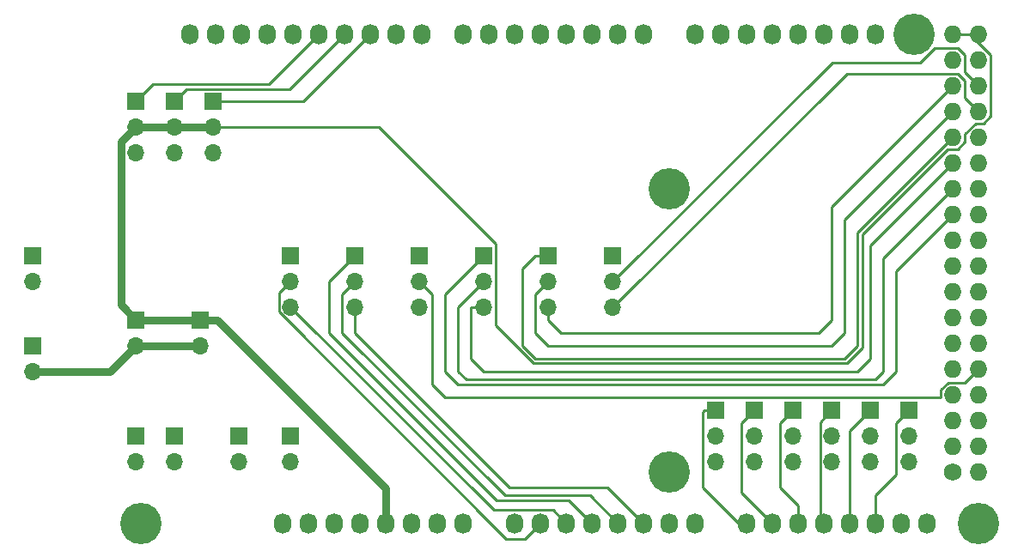
<source format=gbr>
G04 #@! TF.GenerationSoftware,KiCad,Pcbnew,6.0.2+dfsg-1*
G04 #@! TF.CreationDate,2024-04-07T16:40:56-07:00*
G04 #@! TF.ProjectId,pcb,7063622e-6b69-4636-9164-5f7063625858,rev?*
G04 #@! TF.SameCoordinates,Original*
G04 #@! TF.FileFunction,Copper,L2,Bot*
G04 #@! TF.FilePolarity,Positive*
%FSLAX46Y46*%
G04 Gerber Fmt 4.6, Leading zero omitted, Abs format (unit mm)*
G04 Created by KiCad (PCBNEW 6.0.2+dfsg-1) date 2024-04-07 16:40:56*
%MOMM*%
%LPD*%
G01*
G04 APERTURE LIST*
G04 #@! TA.AperFunction,ComponentPad*
%ADD10C,1.727200*%
G04 #@! TD*
G04 #@! TA.AperFunction,ComponentPad*
%ADD11O,1.727200X1.727200*%
G04 #@! TD*
G04 #@! TA.AperFunction,ComponentPad*
%ADD12O,1.727200X2.032000*%
G04 #@! TD*
G04 #@! TA.AperFunction,ComponentPad*
%ADD13C,4.064000*%
G04 #@! TD*
G04 #@! TA.AperFunction,ComponentPad*
%ADD14R,1.700000X1.700000*%
G04 #@! TD*
G04 #@! TA.AperFunction,ComponentPad*
%ADD15O,1.700000X1.700000*%
G04 #@! TD*
G04 #@! TA.AperFunction,Conductor*
%ADD16C,0.800000*%
G04 #@! TD*
G04 #@! TA.AperFunction,Conductor*
%ADD17C,0.250000*%
G04 #@! TD*
G04 APERTURE END LIST*
D10*
X197358000Y-114046000D03*
D11*
X199898000Y-114046000D03*
X197358000Y-111506000D03*
X199898000Y-111506000D03*
X197358000Y-108966000D03*
X199898000Y-108966000D03*
X197358000Y-106426000D03*
X199898000Y-106426000D03*
X197358000Y-103886000D03*
X199898000Y-103886000D03*
X197358000Y-101346000D03*
X199898000Y-101346000D03*
X197358000Y-98806000D03*
X199898000Y-98806000D03*
X197358000Y-96266000D03*
X199898000Y-96266000D03*
X197358000Y-93726000D03*
X199898000Y-93726000D03*
X197358000Y-91186000D03*
X199898000Y-91186000D03*
X197358000Y-88646000D03*
X199898000Y-88646000D03*
X197358000Y-86106000D03*
X199898000Y-86106000D03*
X197358000Y-83566000D03*
X199898000Y-83566000D03*
X197358000Y-81026000D03*
X199898000Y-81026000D03*
X197358000Y-78486000D03*
X199898000Y-78486000D03*
X197358000Y-75946000D03*
X199898000Y-75946000D03*
X197358000Y-73406000D03*
X199898000Y-73406000D03*
X197358000Y-70866000D03*
X199898000Y-70866000D03*
D12*
X131318000Y-119126000D03*
X133858000Y-119126000D03*
X136398000Y-119126000D03*
X138938000Y-119126000D03*
X141478000Y-119126000D03*
X144018000Y-119126000D03*
X146558000Y-119126000D03*
X149098000Y-119126000D03*
X154178000Y-119126000D03*
X156718000Y-119126000D03*
X159258000Y-119126000D03*
X161798000Y-119126000D03*
X164338000Y-119126000D03*
X166878000Y-119126000D03*
X169418000Y-119126000D03*
X171958000Y-119126000D03*
X177038000Y-119126000D03*
X179578000Y-119126000D03*
X182118000Y-119126000D03*
X184658000Y-119126000D03*
X187198000Y-119126000D03*
X189738000Y-119126000D03*
X192278000Y-119126000D03*
X194818000Y-119126000D03*
X122174000Y-70866000D03*
X124714000Y-70866000D03*
X127254000Y-70866000D03*
X129794000Y-70866000D03*
X132334000Y-70866000D03*
X134874000Y-70866000D03*
X137414000Y-70866000D03*
X139954000Y-70866000D03*
X142494000Y-70866000D03*
X145034000Y-70866000D03*
X149098000Y-70866000D03*
X151638000Y-70866000D03*
X154178000Y-70866000D03*
X156718000Y-70866000D03*
X159258000Y-70866000D03*
X161798000Y-70866000D03*
X164338000Y-70866000D03*
X166878000Y-70866000D03*
X171958000Y-70866000D03*
X174498000Y-70866000D03*
X177038000Y-70866000D03*
X179578000Y-70866000D03*
X182118000Y-70866000D03*
X184658000Y-70866000D03*
X187198000Y-70866000D03*
X189738000Y-70866000D03*
D13*
X117348000Y-119126000D03*
X169418000Y-114046000D03*
X199898000Y-119126000D03*
X169418000Y-86106000D03*
X193548000Y-70866000D03*
D14*
X132080000Y-92710000D03*
D15*
X132080000Y-95250000D03*
X132080000Y-97790000D03*
D14*
X181610000Y-107965000D03*
D15*
X181610000Y-110505000D03*
X181610000Y-113045000D03*
D14*
X177800000Y-107965000D03*
D15*
X177800000Y-110505000D03*
X177800000Y-113045000D03*
D14*
X120650000Y-110490000D03*
D15*
X120650000Y-113030000D03*
D14*
X185420000Y-107965000D03*
D15*
X185420000Y-110505000D03*
X185420000Y-113045000D03*
D14*
X127000000Y-110490000D03*
D15*
X127000000Y-113030000D03*
D14*
X163830000Y-92725000D03*
D15*
X163830000Y-95265000D03*
X163830000Y-97805000D03*
D14*
X123190000Y-99060000D03*
D15*
X123190000Y-101600000D03*
D14*
X124460000Y-77470000D03*
D15*
X124460000Y-80010000D03*
X124460000Y-82550000D03*
D14*
X189230000Y-107965000D03*
D15*
X189230000Y-110505000D03*
X189230000Y-113045000D03*
D14*
X106680000Y-101600000D03*
D15*
X106680000Y-104140000D03*
D14*
X120650000Y-77485000D03*
D15*
X120650000Y-80025000D03*
X120650000Y-82565000D03*
D14*
X138430000Y-92725000D03*
D15*
X138430000Y-95265000D03*
X138430000Y-97805000D03*
D14*
X132080000Y-110490000D03*
D15*
X132080000Y-113030000D03*
D14*
X151130000Y-92725000D03*
D15*
X151130000Y-95265000D03*
X151130000Y-97805000D03*
D14*
X193040000Y-107965000D03*
D15*
X193040000Y-110505000D03*
X193040000Y-113045000D03*
D14*
X144780000Y-92725000D03*
D15*
X144780000Y-95265000D03*
X144780000Y-97805000D03*
D14*
X157480000Y-92725000D03*
D15*
X157480000Y-95265000D03*
X157480000Y-97805000D03*
D14*
X116840000Y-99060000D03*
D15*
X116840000Y-101600000D03*
D14*
X106680000Y-92710000D03*
D15*
X106680000Y-95250000D03*
D14*
X173990000Y-107965000D03*
D15*
X173990000Y-110505000D03*
X173990000Y-113045000D03*
D14*
X116840000Y-77485000D03*
D15*
X116840000Y-80025000D03*
X116840000Y-82565000D03*
D14*
X116840000Y-110490000D03*
D15*
X116840000Y-113030000D03*
D16*
X120650000Y-80025000D02*
X124445000Y-80025000D01*
X124445000Y-80025000D02*
X124460000Y-80010000D01*
X116840000Y-80025000D02*
X120650000Y-80025000D01*
D17*
X140764022Y-80010000D02*
X124460000Y-80010000D01*
D16*
X116840000Y-101600000D02*
X123190000Y-101600000D01*
X106680000Y-104140000D02*
X114300000Y-104140000D01*
X114300000Y-104140000D02*
X116840000Y-101600000D01*
X116840000Y-99060000D02*
X115390489Y-97610489D01*
X115390489Y-97610489D02*
X115390489Y-81474511D01*
X115390489Y-81474511D02*
X116840000Y-80025000D01*
X123190000Y-99060000D02*
X116840000Y-99060000D01*
X141478000Y-119126000D02*
X141478000Y-115698000D01*
X141478000Y-115698000D02*
X124840000Y-99060000D01*
X124840000Y-99060000D02*
X123190000Y-99060000D01*
D17*
X146050000Y-96535000D02*
X146050000Y-105410000D01*
X146050000Y-105410000D02*
X147320000Y-106680000D01*
X198546111Y-105237889D02*
X199898000Y-103886000D01*
X147320000Y-106680000D02*
X196169889Y-106680000D01*
X196865867Y-105237889D02*
X198546111Y-105237889D01*
X196169889Y-106680000D02*
X196169889Y-105933867D01*
X144780000Y-95265000D02*
X146050000Y-96535000D01*
X196169889Y-105933867D02*
X196865867Y-105237889D01*
X191770000Y-94234000D02*
X191770000Y-104140000D01*
X151130000Y-92725000D02*
X147320000Y-96535000D01*
X147320000Y-104140000D02*
X148590000Y-105410000D01*
X191897000Y-94107000D02*
X197358000Y-88646000D01*
X191770000Y-94234000D02*
X191897000Y-94107000D01*
X191770000Y-104140000D02*
X190500000Y-105410000D01*
X147320000Y-96535000D02*
X147320000Y-104140000D01*
X190500000Y-105410000D02*
X148590000Y-105410000D01*
X149410480Y-104960480D02*
X189679520Y-104960480D01*
X189679520Y-104960480D02*
X190500000Y-104140000D01*
X151130000Y-95265000D02*
X148590000Y-97805000D01*
X190500000Y-104140000D02*
X190500000Y-92964000D01*
X148590000Y-97805000D02*
X148590000Y-104140000D01*
X148590000Y-104140000D02*
X149410480Y-104960480D01*
X190500000Y-92964000D02*
X197358000Y-86106000D01*
X151130000Y-104140000D02*
X187960000Y-104140000D01*
X149860000Y-102870000D02*
X151130000Y-104140000D01*
X189230000Y-102870000D02*
X189230000Y-91694000D01*
X151130000Y-97805000D02*
X149875000Y-97805000D01*
X149875000Y-97805000D02*
X149860000Y-97790000D01*
X187960000Y-104140000D02*
X189230000Y-102870000D01*
X149860000Y-97790000D02*
X149860000Y-102870000D01*
X189230000Y-91694000D02*
X197358000Y-83566000D01*
X156210000Y-102870000D02*
X186690000Y-102870000D01*
X187960000Y-90424000D02*
X197358000Y-81026000D01*
X154940000Y-101600000D02*
X156210000Y-102870000D01*
X157480000Y-92725000D02*
X156195000Y-92725000D01*
X187960000Y-101600000D02*
X187960000Y-90424000D01*
X186690000Y-102870000D02*
X187960000Y-101600000D01*
X156195000Y-92725000D02*
X154940000Y-93980000D01*
X154940000Y-93980000D02*
X154940000Y-101600000D01*
X186690000Y-89154000D02*
X197358000Y-78486000D01*
X157480000Y-101600000D02*
X185420000Y-101600000D01*
X185420000Y-101600000D02*
X186690000Y-100330000D01*
X157480000Y-95265000D02*
X156210000Y-96535000D01*
X156210000Y-96535000D02*
X156210000Y-100330000D01*
X186690000Y-100330000D02*
X186690000Y-89154000D01*
X156210000Y-100330000D02*
X157480000Y-101600000D01*
X186877111Y-74757889D02*
X197850133Y-74757889D01*
X163830000Y-97805000D02*
X186877111Y-74757889D01*
X197850133Y-74757889D02*
X198546111Y-75453867D01*
X198546111Y-75453867D02*
X198546111Y-77134111D01*
X198546111Y-77134111D02*
X199898000Y-78486000D01*
X185420000Y-87884000D02*
X197358000Y-75946000D01*
X185420000Y-99060000D02*
X185420000Y-87884000D01*
X158750000Y-100330000D02*
X184150000Y-100330000D01*
X157480000Y-99060000D02*
X158750000Y-100330000D01*
X157480000Y-97805000D02*
X157480000Y-99060000D01*
X184150000Y-100330000D02*
X185420000Y-99060000D01*
X199898000Y-75946000D02*
X198546111Y-74594111D01*
X195528722Y-72217889D02*
X194086611Y-73660000D01*
X198546111Y-72913867D02*
X197850133Y-72217889D01*
X185435000Y-73660000D02*
X163830000Y-95265000D01*
X197850133Y-72217889D02*
X195528722Y-72217889D01*
X194086611Y-73660000D02*
X185435000Y-73660000D01*
X198546111Y-74594111D02*
X198546111Y-72913867D01*
X152304511Y-99600228D02*
X152304511Y-91550489D01*
X196805607Y-82214111D02*
X188409520Y-90610198D01*
X199038244Y-70866000D02*
X201086111Y-72913867D01*
X186876197Y-103319520D02*
X156023803Y-103319520D01*
X198546111Y-80697645D02*
X198546111Y-81518133D01*
X200390133Y-79674111D02*
X199569645Y-79674111D01*
X198546111Y-81518133D02*
X197850133Y-82214111D01*
X199569645Y-79674111D02*
X198546111Y-80697645D01*
X188409520Y-101786197D02*
X186876197Y-103319520D01*
X156023803Y-103319520D02*
X152304511Y-99600228D01*
X188409520Y-90610198D02*
X188409520Y-101786197D01*
X152304511Y-91550489D02*
X140764022Y-80010000D01*
X197850133Y-82214111D02*
X196805607Y-82214111D01*
X201086111Y-78978133D02*
X200390133Y-79674111D01*
X201086111Y-72913867D02*
X201086111Y-78978133D01*
X197358000Y-70866000D02*
X199038244Y-70866000D01*
X130905489Y-98276499D02*
X153278990Y-120650000D01*
X155194000Y-120650000D02*
X156718000Y-119126000D01*
X153278990Y-120650000D02*
X155194000Y-120650000D01*
X130905489Y-96424511D02*
X130905489Y-98276499D01*
X132080000Y-95250000D02*
X130905489Y-96424511D01*
X152075480Y-117785480D02*
X157917480Y-117785480D01*
X132080000Y-97790000D02*
X152075480Y-117785480D01*
X157917480Y-117785480D02*
X159258000Y-119126000D01*
X159512000Y-116840000D02*
X161798000Y-119126000D01*
X135890000Y-95265000D02*
X135890000Y-100330000D01*
X138430000Y-92725000D02*
X135890000Y-95265000D01*
X135890000Y-100330000D02*
X152400000Y-116840000D01*
X152400000Y-116840000D02*
X159512000Y-116840000D01*
X153220480Y-116390480D02*
X161602480Y-116390480D01*
X138430000Y-95265000D02*
X138430000Y-95250000D01*
X138430000Y-95250000D02*
X137160000Y-96520000D01*
X137160000Y-100330000D02*
X153220480Y-116390480D01*
X137160000Y-96520000D02*
X137160000Y-100330000D01*
X161602480Y-116390480D02*
X164338000Y-119126000D01*
X163322000Y-115570000D02*
X166878000Y-119126000D01*
X138430000Y-97805000D02*
X138430000Y-100330000D01*
X153670000Y-115570000D02*
X163322000Y-115570000D01*
X138430000Y-100330000D02*
X153670000Y-115570000D01*
X172720000Y-108135000D02*
X172720000Y-115570000D01*
X173990000Y-107965000D02*
X172890000Y-107965000D01*
X176276000Y-119126000D02*
X177038000Y-119126000D01*
X172890000Y-107965000D02*
X172720000Y-108135000D01*
X172720000Y-115570000D02*
X176276000Y-119126000D01*
X176530000Y-109235000D02*
X176530000Y-116078000D01*
X177800000Y-107965000D02*
X176530000Y-109235000D01*
X176530000Y-116078000D02*
X179578000Y-119126000D01*
X180340000Y-115570000D02*
X182118000Y-117348000D01*
X180340000Y-109220000D02*
X180340000Y-115570000D01*
X181610000Y-107965000D02*
X181595000Y-107965000D01*
X182118000Y-117348000D02*
X182118000Y-119126000D01*
X181595000Y-107965000D02*
X180340000Y-109220000D01*
X185420000Y-107965000D02*
X184245489Y-109139511D01*
X184245489Y-118713489D02*
X184658000Y-119126000D01*
X184245489Y-109139511D02*
X184245489Y-118713489D01*
X187198000Y-109997000D02*
X187198000Y-119126000D01*
X189230000Y-107965000D02*
X187198000Y-109997000D01*
X189738000Y-116332000D02*
X189738000Y-119126000D01*
X191770000Y-109235000D02*
X191770000Y-114300000D01*
X191770000Y-114300000D02*
X189738000Y-116332000D01*
X193040000Y-107965000D02*
X191770000Y-109235000D01*
X129894031Y-75845969D02*
X118479031Y-75845969D01*
X118479031Y-75845969D02*
X116840000Y-77485000D01*
X134874000Y-70866000D02*
X129894031Y-75845969D01*
X120650000Y-77485000D02*
X121839511Y-76295489D01*
X131984511Y-76295489D02*
X137414000Y-70866000D01*
X121839511Y-76295489D02*
X131984511Y-76295489D01*
X133350000Y-77470000D02*
X139954000Y-70866000D01*
X124460000Y-77470000D02*
X133350000Y-77470000D01*
M02*

</source>
